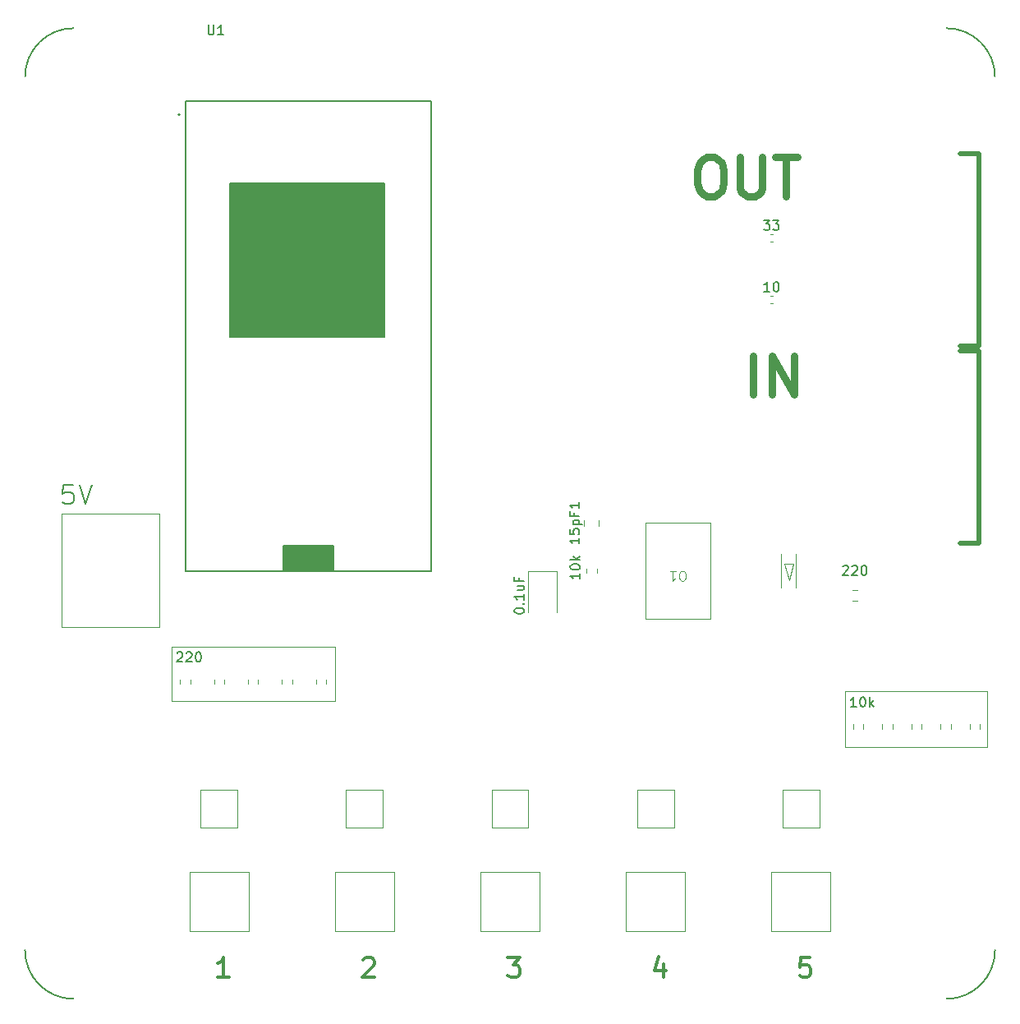
<source format=gbr>
%TF.GenerationSoftware,KiCad,Pcbnew,7.0.2-6a45011f42~172~ubuntu22.04.1*%
%TF.CreationDate,2023-05-17T15:22:17+02:00*%
%TF.ProjectId,midi,6d696469-2e6b-4696-9361-645f70636258,rev?*%
%TF.SameCoordinates,Original*%
%TF.FileFunction,Legend,Top*%
%TF.FilePolarity,Positive*%
%FSLAX46Y46*%
G04 Gerber Fmt 4.6, Leading zero omitted, Abs format (unit mm)*
G04 Created by KiCad (PCBNEW 7.0.2-6a45011f42~172~ubuntu22.04.1) date 2023-05-17 15:22:17*
%MOMM*%
%LPD*%
G01*
G04 APERTURE LIST*
%ADD10C,0.150000*%
%ADD11C,0.010000*%
%ADD12C,0.800000*%
%ADD13C,0.300000*%
%ADD14C,0.100000*%
%ADD15C,0.127000*%
%ADD16C,0.200000*%
%ADD17C,0.120000*%
%ADD18C,0.500000*%
G04 APERTURE END LIST*
D10*
X0Y-95000000D02*
G75*
G03*
X5000000Y-100000000I5000000J0D01*
G01*
X95000000Y-100000000D02*
G75*
G03*
X100000000Y-95000000I0J5000000D01*
G01*
X100000000Y-5000000D02*
G75*
G03*
X95000000Y0I-5000000J0D01*
G01*
X5000000Y0D02*
G75*
G03*
X0Y-5000000I0J-5000000D01*
G01*
D11*
X84510000Y-68300000D02*
X99180000Y-68300000D01*
X99180000Y-74030000D01*
X84510000Y-74030000D01*
X84510000Y-68300000D01*
D10*
X26670000Y-53340000D02*
X31770000Y-53340000D01*
X31770000Y-55900000D01*
X26670000Y-55900000D01*
X26670000Y-53340000D01*
G36*
X26670000Y-53340000D02*
G01*
X31770000Y-53340000D01*
X31770000Y-55900000D01*
X26670000Y-55900000D01*
X26670000Y-53340000D01*
G37*
X21162260Y-15939712D02*
X37056897Y-15939712D01*
X37056897Y-31834349D01*
X21162260Y-31834349D01*
X21162260Y-15939712D01*
G36*
X21162260Y-15939712D02*
G01*
X37056897Y-15939712D01*
X37056897Y-31834349D01*
X21162260Y-31834349D01*
X21162260Y-15939712D01*
G37*
D11*
X15074070Y-63694070D02*
X31937964Y-63694070D01*
X31937964Y-69297964D01*
X15074070Y-69297964D01*
X15074070Y-63694070D01*
D12*
X70295714Y-13290476D02*
X71057619Y-13290476D01*
X71057619Y-13290476D02*
X71438571Y-13480952D01*
X71438571Y-13480952D02*
X71819524Y-13861904D01*
X71819524Y-13861904D02*
X72010000Y-14623809D01*
X72010000Y-14623809D02*
X72010000Y-15957142D01*
X72010000Y-15957142D02*
X71819524Y-16719047D01*
X71819524Y-16719047D02*
X71438571Y-17100000D01*
X71438571Y-17100000D02*
X71057619Y-17290476D01*
X71057619Y-17290476D02*
X70295714Y-17290476D01*
X70295714Y-17290476D02*
X69914762Y-17100000D01*
X69914762Y-17100000D02*
X69533809Y-16719047D01*
X69533809Y-16719047D02*
X69343333Y-15957142D01*
X69343333Y-15957142D02*
X69343333Y-14623809D01*
X69343333Y-14623809D02*
X69533809Y-13861904D01*
X69533809Y-13861904D02*
X69914762Y-13480952D01*
X69914762Y-13480952D02*
X70295714Y-13290476D01*
X73724285Y-13290476D02*
X73724285Y-16528571D01*
X73724285Y-16528571D02*
X73914762Y-16909523D01*
X73914762Y-16909523D02*
X74105238Y-17100000D01*
X74105238Y-17100000D02*
X74486190Y-17290476D01*
X74486190Y-17290476D02*
X75248095Y-17290476D01*
X75248095Y-17290476D02*
X75629047Y-17100000D01*
X75629047Y-17100000D02*
X75819524Y-16909523D01*
X75819524Y-16909523D02*
X76010000Y-16528571D01*
X76010000Y-16528571D02*
X76010000Y-13290476D01*
X77343333Y-13290476D02*
X79629047Y-13290476D01*
X78486190Y-17290476D02*
X78486190Y-13290476D01*
D13*
X21023809Y-97755238D02*
X19880952Y-97755238D01*
X20452380Y-97755238D02*
X20452380Y-95755238D01*
X20452380Y-95755238D02*
X20261904Y-96040952D01*
X20261904Y-96040952D02*
X20071428Y-96231428D01*
X20071428Y-96231428D02*
X19880952Y-96326666D01*
X49785714Y-95755238D02*
X51023809Y-95755238D01*
X51023809Y-95755238D02*
X50357142Y-96517142D01*
X50357142Y-96517142D02*
X50642857Y-96517142D01*
X50642857Y-96517142D02*
X50833333Y-96612380D01*
X50833333Y-96612380D02*
X50928571Y-96707619D01*
X50928571Y-96707619D02*
X51023809Y-96898095D01*
X51023809Y-96898095D02*
X51023809Y-97374285D01*
X51023809Y-97374285D02*
X50928571Y-97564761D01*
X50928571Y-97564761D02*
X50833333Y-97660000D01*
X50833333Y-97660000D02*
X50642857Y-97755238D01*
X50642857Y-97755238D02*
X50071428Y-97755238D01*
X50071428Y-97755238D02*
X49880952Y-97660000D01*
X49880952Y-97660000D02*
X49785714Y-97564761D01*
X65833333Y-96421904D02*
X65833333Y-97755238D01*
X65357142Y-95660000D02*
X64880952Y-97088571D01*
X64880952Y-97088571D02*
X66119047Y-97088571D01*
D12*
X75078735Y-37719578D02*
X75078735Y-33719578D01*
X76983497Y-37719578D02*
X76983497Y-33719578D01*
X76983497Y-33719578D02*
X79269212Y-37719578D01*
X79269212Y-37719578D02*
X79269212Y-33719578D01*
D13*
X34880952Y-95945714D02*
X34976190Y-95850476D01*
X34976190Y-95850476D02*
X35166666Y-95755238D01*
X35166666Y-95755238D02*
X35642857Y-95755238D01*
X35642857Y-95755238D02*
X35833333Y-95850476D01*
X35833333Y-95850476D02*
X35928571Y-95945714D01*
X35928571Y-95945714D02*
X36023809Y-96136190D01*
X36023809Y-96136190D02*
X36023809Y-96326666D01*
X36023809Y-96326666D02*
X35928571Y-96612380D01*
X35928571Y-96612380D02*
X34785714Y-97755238D01*
X34785714Y-97755238D02*
X36023809Y-97755238D01*
D10*
X4928571Y-47035238D02*
X3976190Y-47035238D01*
X3976190Y-47035238D02*
X3880952Y-47987619D01*
X3880952Y-47987619D02*
X3976190Y-47892380D01*
X3976190Y-47892380D02*
X4166666Y-47797142D01*
X4166666Y-47797142D02*
X4642857Y-47797142D01*
X4642857Y-47797142D02*
X4833333Y-47892380D01*
X4833333Y-47892380D02*
X4928571Y-47987619D01*
X4928571Y-47987619D02*
X5023809Y-48178095D01*
X5023809Y-48178095D02*
X5023809Y-48654285D01*
X5023809Y-48654285D02*
X4928571Y-48844761D01*
X4928571Y-48844761D02*
X4833333Y-48940000D01*
X4833333Y-48940000D02*
X4642857Y-49035238D01*
X4642857Y-49035238D02*
X4166666Y-49035238D01*
X4166666Y-49035238D02*
X3976190Y-48940000D01*
X3976190Y-48940000D02*
X3880952Y-48844761D01*
X5595238Y-47035238D02*
X6261904Y-49035238D01*
X6261904Y-49035238D02*
X6928571Y-47035238D01*
D13*
X80928571Y-95755238D02*
X79976190Y-95755238D01*
X79976190Y-95755238D02*
X79880952Y-96707619D01*
X79880952Y-96707619D02*
X79976190Y-96612380D01*
X79976190Y-96612380D02*
X80166666Y-96517142D01*
X80166666Y-96517142D02*
X80642857Y-96517142D01*
X80642857Y-96517142D02*
X80833333Y-96612380D01*
X80833333Y-96612380D02*
X80928571Y-96707619D01*
X80928571Y-96707619D02*
X81023809Y-96898095D01*
X81023809Y-96898095D02*
X81023809Y-97374285D01*
X81023809Y-97374285D02*
X80928571Y-97564761D01*
X80928571Y-97564761D02*
X80833333Y-97660000D01*
X80833333Y-97660000D02*
X80642857Y-97755238D01*
X80642857Y-97755238D02*
X80166666Y-97755238D01*
X80166666Y-97755238D02*
X79976190Y-97660000D01*
X79976190Y-97660000D02*
X79880952Y-97564761D01*
D10*
%TO.C,U1*%
X18888626Y333632D02*
X18888626Y-476203D01*
X18888626Y-476203D02*
X18936263Y-571478D01*
X18936263Y-571478D02*
X18983901Y-619116D01*
X18983901Y-619116D02*
X19079175Y-666753D01*
X19079175Y-666753D02*
X19269725Y-666753D01*
X19269725Y-666753D02*
X19365000Y-619116D01*
X19365000Y-619116D02*
X19412637Y-571478D01*
X19412637Y-571478D02*
X19460275Y-476203D01*
X19460275Y-476203D02*
X19460275Y333632D01*
X20460660Y-666753D02*
X19889011Y-666753D01*
X20174836Y-666753D02*
X20174836Y333632D01*
X20174836Y333632D02*
X20079561Y190720D01*
X20079561Y190720D02*
X19984286Y95445D01*
X19984286Y95445D02*
X19889011Y47808D01*
%TO.C,R14*%
X76769523Y-27132619D02*
X76198095Y-27132619D01*
X76483809Y-27132619D02*
X76483809Y-26132619D01*
X76483809Y-26132619D02*
X76388571Y-26275476D01*
X76388571Y-26275476D02*
X76293333Y-26370714D01*
X76293333Y-26370714D02*
X76198095Y-26418333D01*
X77388571Y-26132619D02*
X77483809Y-26132619D01*
X77483809Y-26132619D02*
X77579047Y-26180238D01*
X77579047Y-26180238D02*
X77626666Y-26227857D01*
X77626666Y-26227857D02*
X77674285Y-26323095D01*
X77674285Y-26323095D02*
X77721904Y-26513571D01*
X77721904Y-26513571D02*
X77721904Y-26751666D01*
X77721904Y-26751666D02*
X77674285Y-26942142D01*
X77674285Y-26942142D02*
X77626666Y-27037380D01*
X77626666Y-27037380D02*
X77579047Y-27085000D01*
X77579047Y-27085000D02*
X77483809Y-27132619D01*
X77483809Y-27132619D02*
X77388571Y-27132619D01*
X77388571Y-27132619D02*
X77293333Y-27085000D01*
X77293333Y-27085000D02*
X77245714Y-27037380D01*
X77245714Y-27037380D02*
X77198095Y-26942142D01*
X77198095Y-26942142D02*
X77150476Y-26751666D01*
X77150476Y-26751666D02*
X77150476Y-26513571D01*
X77150476Y-26513571D02*
X77198095Y-26323095D01*
X77198095Y-26323095D02*
X77245714Y-26227857D01*
X77245714Y-26227857D02*
X77293333Y-26180238D01*
X77293333Y-26180238D02*
X77388571Y-26132619D01*
D14*
%TO.C,O1*%
X67881428Y-56917380D02*
X67690952Y-56917380D01*
X67690952Y-56917380D02*
X67595714Y-56869761D01*
X67595714Y-56869761D02*
X67500476Y-56774523D01*
X67500476Y-56774523D02*
X67452857Y-56584047D01*
X67452857Y-56584047D02*
X67452857Y-56250714D01*
X67452857Y-56250714D02*
X67500476Y-56060238D01*
X67500476Y-56060238D02*
X67595714Y-55965000D01*
X67595714Y-55965000D02*
X67690952Y-55917380D01*
X67690952Y-55917380D02*
X67881428Y-55917380D01*
X67881428Y-55917380D02*
X67976666Y-55965000D01*
X67976666Y-55965000D02*
X68071904Y-56060238D01*
X68071904Y-56060238D02*
X68119523Y-56250714D01*
X68119523Y-56250714D02*
X68119523Y-56584047D01*
X68119523Y-56584047D02*
X68071904Y-56774523D01*
X68071904Y-56774523D02*
X67976666Y-56869761D01*
X67976666Y-56869761D02*
X67881428Y-56917380D01*
X66500476Y-55917380D02*
X67071904Y-55917380D01*
X66786190Y-55917380D02*
X66786190Y-56917380D01*
X66786190Y-56917380D02*
X66881428Y-56774523D01*
X66881428Y-56774523D02*
X66976666Y-56679285D01*
X66976666Y-56679285D02*
X67071904Y-56631666D01*
D10*
%TO.C,R1*%
X84296905Y-55437857D02*
X84344524Y-55390238D01*
X84344524Y-55390238D02*
X84439762Y-55342619D01*
X84439762Y-55342619D02*
X84677857Y-55342619D01*
X84677857Y-55342619D02*
X84773095Y-55390238D01*
X84773095Y-55390238D02*
X84820714Y-55437857D01*
X84820714Y-55437857D02*
X84868333Y-55533095D01*
X84868333Y-55533095D02*
X84868333Y-55628333D01*
X84868333Y-55628333D02*
X84820714Y-55771190D01*
X84820714Y-55771190D02*
X84249286Y-56342619D01*
X84249286Y-56342619D02*
X84868333Y-56342619D01*
X85249286Y-55437857D02*
X85296905Y-55390238D01*
X85296905Y-55390238D02*
X85392143Y-55342619D01*
X85392143Y-55342619D02*
X85630238Y-55342619D01*
X85630238Y-55342619D02*
X85725476Y-55390238D01*
X85725476Y-55390238D02*
X85773095Y-55437857D01*
X85773095Y-55437857D02*
X85820714Y-55533095D01*
X85820714Y-55533095D02*
X85820714Y-55628333D01*
X85820714Y-55628333D02*
X85773095Y-55771190D01*
X85773095Y-55771190D02*
X85201667Y-56342619D01*
X85201667Y-56342619D02*
X85820714Y-56342619D01*
X86439762Y-55342619D02*
X86535000Y-55342619D01*
X86535000Y-55342619D02*
X86630238Y-55390238D01*
X86630238Y-55390238D02*
X86677857Y-55437857D01*
X86677857Y-55437857D02*
X86725476Y-55533095D01*
X86725476Y-55533095D02*
X86773095Y-55723571D01*
X86773095Y-55723571D02*
X86773095Y-55961666D01*
X86773095Y-55961666D02*
X86725476Y-56152142D01*
X86725476Y-56152142D02*
X86677857Y-56247380D01*
X86677857Y-56247380D02*
X86630238Y-56295000D01*
X86630238Y-56295000D02*
X86535000Y-56342619D01*
X86535000Y-56342619D02*
X86439762Y-56342619D01*
X86439762Y-56342619D02*
X86344524Y-56295000D01*
X86344524Y-56295000D02*
X86296905Y-56247380D01*
X86296905Y-56247380D02*
X86249286Y-56152142D01*
X86249286Y-56152142D02*
X86201667Y-55961666D01*
X86201667Y-55961666D02*
X86201667Y-55723571D01*
X86201667Y-55723571D02*
X86249286Y-55533095D01*
X86249286Y-55533095D02*
X86296905Y-55437857D01*
X86296905Y-55437857D02*
X86344524Y-55390238D01*
X86344524Y-55390238D02*
X86439762Y-55342619D01*
%TO.C,R8*%
X15671905Y-64367857D02*
X15719524Y-64320238D01*
X15719524Y-64320238D02*
X15814762Y-64272619D01*
X15814762Y-64272619D02*
X16052857Y-64272619D01*
X16052857Y-64272619D02*
X16148095Y-64320238D01*
X16148095Y-64320238D02*
X16195714Y-64367857D01*
X16195714Y-64367857D02*
X16243333Y-64463095D01*
X16243333Y-64463095D02*
X16243333Y-64558333D01*
X16243333Y-64558333D02*
X16195714Y-64701190D01*
X16195714Y-64701190D02*
X15624286Y-65272619D01*
X15624286Y-65272619D02*
X16243333Y-65272619D01*
X16624286Y-64367857D02*
X16671905Y-64320238D01*
X16671905Y-64320238D02*
X16767143Y-64272619D01*
X16767143Y-64272619D02*
X17005238Y-64272619D01*
X17005238Y-64272619D02*
X17100476Y-64320238D01*
X17100476Y-64320238D02*
X17148095Y-64367857D01*
X17148095Y-64367857D02*
X17195714Y-64463095D01*
X17195714Y-64463095D02*
X17195714Y-64558333D01*
X17195714Y-64558333D02*
X17148095Y-64701190D01*
X17148095Y-64701190D02*
X16576667Y-65272619D01*
X16576667Y-65272619D02*
X17195714Y-65272619D01*
X17814762Y-64272619D02*
X17910000Y-64272619D01*
X17910000Y-64272619D02*
X18005238Y-64320238D01*
X18005238Y-64320238D02*
X18052857Y-64367857D01*
X18052857Y-64367857D02*
X18100476Y-64463095D01*
X18100476Y-64463095D02*
X18148095Y-64653571D01*
X18148095Y-64653571D02*
X18148095Y-64891666D01*
X18148095Y-64891666D02*
X18100476Y-65082142D01*
X18100476Y-65082142D02*
X18052857Y-65177380D01*
X18052857Y-65177380D02*
X18005238Y-65225000D01*
X18005238Y-65225000D02*
X17910000Y-65272619D01*
X17910000Y-65272619D02*
X17814762Y-65272619D01*
X17814762Y-65272619D02*
X17719524Y-65225000D01*
X17719524Y-65225000D02*
X17671905Y-65177380D01*
X17671905Y-65177380D02*
X17624286Y-65082142D01*
X17624286Y-65082142D02*
X17576667Y-64891666D01*
X17576667Y-64891666D02*
X17576667Y-64653571D01*
X17576667Y-64653571D02*
X17624286Y-64463095D01*
X17624286Y-64463095D02*
X17671905Y-64367857D01*
X17671905Y-64367857D02*
X17719524Y-64320238D01*
X17719524Y-64320238D02*
X17814762Y-64272619D01*
%TO.C,R13*%
X76150476Y-19782619D02*
X76769523Y-19782619D01*
X76769523Y-19782619D02*
X76436190Y-20163571D01*
X76436190Y-20163571D02*
X76579047Y-20163571D01*
X76579047Y-20163571D02*
X76674285Y-20211190D01*
X76674285Y-20211190D02*
X76721904Y-20258809D01*
X76721904Y-20258809D02*
X76769523Y-20354047D01*
X76769523Y-20354047D02*
X76769523Y-20592142D01*
X76769523Y-20592142D02*
X76721904Y-20687380D01*
X76721904Y-20687380D02*
X76674285Y-20735000D01*
X76674285Y-20735000D02*
X76579047Y-20782619D01*
X76579047Y-20782619D02*
X76293333Y-20782619D01*
X76293333Y-20782619D02*
X76198095Y-20735000D01*
X76198095Y-20735000D02*
X76150476Y-20687380D01*
X77102857Y-19782619D02*
X77721904Y-19782619D01*
X77721904Y-19782619D02*
X77388571Y-20163571D01*
X77388571Y-20163571D02*
X77531428Y-20163571D01*
X77531428Y-20163571D02*
X77626666Y-20211190D01*
X77626666Y-20211190D02*
X77674285Y-20258809D01*
X77674285Y-20258809D02*
X77721904Y-20354047D01*
X77721904Y-20354047D02*
X77721904Y-20592142D01*
X77721904Y-20592142D02*
X77674285Y-20687380D01*
X77674285Y-20687380D02*
X77626666Y-20735000D01*
X77626666Y-20735000D02*
X77531428Y-20782619D01*
X77531428Y-20782619D02*
X77245714Y-20782619D01*
X77245714Y-20782619D02*
X77150476Y-20735000D01*
X77150476Y-20735000D02*
X77102857Y-20687380D01*
%TO.C,R2*%
X57202619Y-56165238D02*
X57202619Y-56736666D01*
X57202619Y-56450952D02*
X56202619Y-56450952D01*
X56202619Y-56450952D02*
X56345476Y-56546190D01*
X56345476Y-56546190D02*
X56440714Y-56641428D01*
X56440714Y-56641428D02*
X56488333Y-56736666D01*
X56202619Y-55546190D02*
X56202619Y-55450952D01*
X56202619Y-55450952D02*
X56250238Y-55355714D01*
X56250238Y-55355714D02*
X56297857Y-55308095D01*
X56297857Y-55308095D02*
X56393095Y-55260476D01*
X56393095Y-55260476D02*
X56583571Y-55212857D01*
X56583571Y-55212857D02*
X56821666Y-55212857D01*
X56821666Y-55212857D02*
X57012142Y-55260476D01*
X57012142Y-55260476D02*
X57107380Y-55308095D01*
X57107380Y-55308095D02*
X57155000Y-55355714D01*
X57155000Y-55355714D02*
X57202619Y-55450952D01*
X57202619Y-55450952D02*
X57202619Y-55546190D01*
X57202619Y-55546190D02*
X57155000Y-55641428D01*
X57155000Y-55641428D02*
X57107380Y-55689047D01*
X57107380Y-55689047D02*
X57012142Y-55736666D01*
X57012142Y-55736666D02*
X56821666Y-55784285D01*
X56821666Y-55784285D02*
X56583571Y-55784285D01*
X56583571Y-55784285D02*
X56393095Y-55736666D01*
X56393095Y-55736666D02*
X56297857Y-55689047D01*
X56297857Y-55689047D02*
X56250238Y-55641428D01*
X56250238Y-55641428D02*
X56202619Y-55546190D01*
X57202619Y-54784285D02*
X56202619Y-54784285D01*
X56821666Y-54689047D02*
X57202619Y-54403333D01*
X56535952Y-54403333D02*
X56916904Y-54784285D01*
%TO.C,R3*%
X85704761Y-69907619D02*
X85133333Y-69907619D01*
X85419047Y-69907619D02*
X85419047Y-68907619D01*
X85419047Y-68907619D02*
X85323809Y-69050476D01*
X85323809Y-69050476D02*
X85228571Y-69145714D01*
X85228571Y-69145714D02*
X85133333Y-69193333D01*
X86323809Y-68907619D02*
X86419047Y-68907619D01*
X86419047Y-68907619D02*
X86514285Y-68955238D01*
X86514285Y-68955238D02*
X86561904Y-69002857D01*
X86561904Y-69002857D02*
X86609523Y-69098095D01*
X86609523Y-69098095D02*
X86657142Y-69288571D01*
X86657142Y-69288571D02*
X86657142Y-69526666D01*
X86657142Y-69526666D02*
X86609523Y-69717142D01*
X86609523Y-69717142D02*
X86561904Y-69812380D01*
X86561904Y-69812380D02*
X86514285Y-69860000D01*
X86514285Y-69860000D02*
X86419047Y-69907619D01*
X86419047Y-69907619D02*
X86323809Y-69907619D01*
X86323809Y-69907619D02*
X86228571Y-69860000D01*
X86228571Y-69860000D02*
X86180952Y-69812380D01*
X86180952Y-69812380D02*
X86133333Y-69717142D01*
X86133333Y-69717142D02*
X86085714Y-69526666D01*
X86085714Y-69526666D02*
X86085714Y-69288571D01*
X86085714Y-69288571D02*
X86133333Y-69098095D01*
X86133333Y-69098095D02*
X86180952Y-69002857D01*
X86180952Y-69002857D02*
X86228571Y-68955238D01*
X86228571Y-68955238D02*
X86323809Y-68907619D01*
X87085714Y-69907619D02*
X87085714Y-68907619D01*
X87180952Y-69526666D02*
X87466666Y-69907619D01*
X87466666Y-69240952D02*
X87085714Y-69621904D01*
%TO.C,15pF1*%
X57152619Y-52527619D02*
X57152619Y-53099047D01*
X57152619Y-52813333D02*
X56152619Y-52813333D01*
X56152619Y-52813333D02*
X56295476Y-52908571D01*
X56295476Y-52908571D02*
X56390714Y-53003809D01*
X56390714Y-53003809D02*
X56438333Y-53099047D01*
X56152619Y-51622857D02*
X56152619Y-52099047D01*
X56152619Y-52099047D02*
X56628809Y-52146666D01*
X56628809Y-52146666D02*
X56581190Y-52099047D01*
X56581190Y-52099047D02*
X56533571Y-52003809D01*
X56533571Y-52003809D02*
X56533571Y-51765714D01*
X56533571Y-51765714D02*
X56581190Y-51670476D01*
X56581190Y-51670476D02*
X56628809Y-51622857D01*
X56628809Y-51622857D02*
X56724047Y-51575238D01*
X56724047Y-51575238D02*
X56962142Y-51575238D01*
X56962142Y-51575238D02*
X57057380Y-51622857D01*
X57057380Y-51622857D02*
X57105000Y-51670476D01*
X57105000Y-51670476D02*
X57152619Y-51765714D01*
X57152619Y-51765714D02*
X57152619Y-52003809D01*
X57152619Y-52003809D02*
X57105000Y-52099047D01*
X57105000Y-52099047D02*
X57057380Y-52146666D01*
X56485952Y-51146666D02*
X57485952Y-51146666D01*
X56533571Y-51146666D02*
X56485952Y-51051428D01*
X56485952Y-51051428D02*
X56485952Y-50860952D01*
X56485952Y-50860952D02*
X56533571Y-50765714D01*
X56533571Y-50765714D02*
X56581190Y-50718095D01*
X56581190Y-50718095D02*
X56676428Y-50670476D01*
X56676428Y-50670476D02*
X56962142Y-50670476D01*
X56962142Y-50670476D02*
X57057380Y-50718095D01*
X57057380Y-50718095D02*
X57105000Y-50765714D01*
X57105000Y-50765714D02*
X57152619Y-50860952D01*
X57152619Y-50860952D02*
X57152619Y-51051428D01*
X57152619Y-51051428D02*
X57105000Y-51146666D01*
X56628809Y-49908571D02*
X56628809Y-50241904D01*
X57152619Y-50241904D02*
X56152619Y-50241904D01*
X56152619Y-50241904D02*
X56152619Y-49765714D01*
X57152619Y-48860952D02*
X57152619Y-49432380D01*
X57152619Y-49146666D02*
X56152619Y-49146666D01*
X56152619Y-49146666D02*
X56295476Y-49241904D01*
X56295476Y-49241904D02*
X56390714Y-49337142D01*
X56390714Y-49337142D02*
X56438333Y-49432380D01*
%TO.C,C1*%
X50452619Y-60062856D02*
X50452619Y-59967618D01*
X50452619Y-59967618D02*
X50500238Y-59872380D01*
X50500238Y-59872380D02*
X50547857Y-59824761D01*
X50547857Y-59824761D02*
X50643095Y-59777142D01*
X50643095Y-59777142D02*
X50833571Y-59729523D01*
X50833571Y-59729523D02*
X51071666Y-59729523D01*
X51071666Y-59729523D02*
X51262142Y-59777142D01*
X51262142Y-59777142D02*
X51357380Y-59824761D01*
X51357380Y-59824761D02*
X51405000Y-59872380D01*
X51405000Y-59872380D02*
X51452619Y-59967618D01*
X51452619Y-59967618D02*
X51452619Y-60062856D01*
X51452619Y-60062856D02*
X51405000Y-60158094D01*
X51405000Y-60158094D02*
X51357380Y-60205713D01*
X51357380Y-60205713D02*
X51262142Y-60253332D01*
X51262142Y-60253332D02*
X51071666Y-60300951D01*
X51071666Y-60300951D02*
X50833571Y-60300951D01*
X50833571Y-60300951D02*
X50643095Y-60253332D01*
X50643095Y-60253332D02*
X50547857Y-60205713D01*
X50547857Y-60205713D02*
X50500238Y-60158094D01*
X50500238Y-60158094D02*
X50452619Y-60062856D01*
X51357380Y-59300951D02*
X51405000Y-59253332D01*
X51405000Y-59253332D02*
X51452619Y-59300951D01*
X51452619Y-59300951D02*
X51405000Y-59348570D01*
X51405000Y-59348570D02*
X51357380Y-59300951D01*
X51357380Y-59300951D02*
X51452619Y-59300951D01*
X51452619Y-58300952D02*
X51452619Y-58872380D01*
X51452619Y-58586666D02*
X50452619Y-58586666D01*
X50452619Y-58586666D02*
X50595476Y-58681904D01*
X50595476Y-58681904D02*
X50690714Y-58777142D01*
X50690714Y-58777142D02*
X50738333Y-58872380D01*
X50785952Y-57443809D02*
X51452619Y-57443809D01*
X50785952Y-57872380D02*
X51309761Y-57872380D01*
X51309761Y-57872380D02*
X51405000Y-57824761D01*
X51405000Y-57824761D02*
X51452619Y-57729523D01*
X51452619Y-57729523D02*
X51452619Y-57586666D01*
X51452619Y-57586666D02*
X51405000Y-57491428D01*
X51405000Y-57491428D02*
X51357380Y-57443809D01*
X50928809Y-56634285D02*
X50928809Y-56967618D01*
X51452619Y-56967618D02*
X50452619Y-56967618D01*
X50452619Y-56967618D02*
X50452619Y-56491428D01*
D14*
%TO.C,LED2*%
X33100000Y-78450000D02*
X36900000Y-78450000D01*
X36900000Y-78450000D02*
X36900000Y-82350000D01*
X36900000Y-82350000D02*
X33100000Y-82350000D01*
X33100000Y-82350000D02*
X33100000Y-78450000D01*
%TO.C,SW5*%
X76950000Y-86950000D02*
X83050000Y-86950000D01*
X83050000Y-86950000D02*
X83050000Y-93050000D01*
X83050000Y-93050000D02*
X76950000Y-93050000D01*
X76950000Y-93050000D02*
X76950000Y-86950000D01*
D15*
%TO.C,U1*%
X16530000Y-7500000D02*
X41890000Y-7500000D01*
X16530000Y-55900000D02*
X16530000Y-7500000D01*
X41890000Y-7500000D02*
X41890000Y-55900000D01*
X41890000Y-55900000D02*
X16530000Y-55900000D01*
D16*
X15980000Y-8890000D02*
G75*
G03*
X15980000Y-8890000I-100000J0D01*
G01*
D14*
%TO.C,D1*%
X79490000Y-57630000D02*
X79490000Y-54130000D01*
X78820000Y-56870000D02*
X78270000Y-55180000D01*
X79170000Y-55200000D02*
X78820000Y-56870000D01*
X78270000Y-55180000D02*
X79170000Y-55200000D01*
X77940000Y-54130000D02*
X77940000Y-57630000D01*
D17*
%TO.C,R14*%
X76806359Y-27560000D02*
X77113641Y-27560000D01*
X76806359Y-28320000D02*
X77113641Y-28320000D01*
D14*
%TO.C,SW2*%
X31950000Y-86950000D02*
X38050000Y-86950000D01*
X38050000Y-86950000D02*
X38050000Y-93050000D01*
X38050000Y-93050000D02*
X31950000Y-93050000D01*
X31950000Y-93050000D02*
X31950000Y-86950000D01*
%TO.C,O1*%
X70660000Y-60810000D02*
X63960000Y-60810000D01*
X63960000Y-60810000D02*
X63960000Y-50950000D01*
X63960000Y-50950000D02*
X70660000Y-50950000D01*
X70660000Y-50950000D02*
X70660000Y-60810000D01*
D18*
%TO.C,M1*%
X98310000Y-53080000D02*
X96360000Y-53080000D01*
X98310000Y-33280000D02*
X98310000Y-53080000D01*
X98310000Y-33280000D02*
X96360000Y-33280000D01*
D17*
%TO.C,R1*%
X85772258Y-58942500D02*
X85297742Y-58942500D01*
X85772258Y-57897500D02*
X85297742Y-57897500D01*
D14*
%TO.C,SW4*%
X61950000Y-86950000D02*
X68050000Y-86950000D01*
X68050000Y-86950000D02*
X68050000Y-93050000D01*
X68050000Y-93050000D02*
X61950000Y-93050000D01*
X61950000Y-93050000D02*
X61950000Y-86950000D01*
%TO.C,LED1*%
X18100000Y-78450000D02*
X21900000Y-78450000D01*
X21900000Y-78450000D02*
X21900000Y-82350000D01*
X21900000Y-82350000D02*
X18100000Y-82350000D01*
X18100000Y-82350000D02*
X18100000Y-78450000D01*
D17*
%TO.C,R8*%
X17032500Y-67072742D02*
X17032500Y-67547258D01*
X15987500Y-67072742D02*
X15987500Y-67547258D01*
%TO.C,R12*%
X31032500Y-67072742D02*
X31032500Y-67547258D01*
X29987500Y-67072742D02*
X29987500Y-67547258D01*
%TO.C,R13*%
X77113641Y-21970000D02*
X76806359Y-21970000D01*
X77113641Y-21210000D02*
X76806359Y-21210000D01*
D14*
%TO.C,LED3*%
X48100000Y-78450000D02*
X51900000Y-78450000D01*
X51900000Y-78450000D02*
X51900000Y-82350000D01*
X51900000Y-82350000D02*
X48100000Y-82350000D01*
X48100000Y-82350000D02*
X48100000Y-78450000D01*
D17*
%TO.C,R2*%
X57897500Y-56117258D02*
X57897500Y-55642742D01*
X58942500Y-56117258D02*
X58942500Y-55642742D01*
D14*
%TO.C,SW3*%
X46950000Y-86950000D02*
X53050000Y-86950000D01*
X53050000Y-86950000D02*
X53050000Y-93050000D01*
X53050000Y-93050000D02*
X46950000Y-93050000D01*
X46950000Y-93050000D02*
X46950000Y-86950000D01*
D17*
%TO.C,R10*%
X24032500Y-67072742D02*
X24032500Y-67547258D01*
X22987500Y-67072742D02*
X22987500Y-67547258D01*
D14*
%TO.C,LED4*%
X63100000Y-78450000D02*
X66900000Y-78450000D01*
X66900000Y-78450000D02*
X66900000Y-82350000D01*
X66900000Y-82350000D02*
X63100000Y-82350000D01*
X63100000Y-82350000D02*
X63100000Y-78450000D01*
D18*
%TO.C,J1*%
X98310000Y-32760000D02*
X96360000Y-32760000D01*
X98310000Y-12960000D02*
X98310000Y-32760000D01*
X98310000Y-12960000D02*
X96360000Y-12960000D01*
D17*
%TO.C,R3*%
X98422500Y-71707742D02*
X98422500Y-72182258D01*
X97377500Y-71707742D02*
X97377500Y-72182258D01*
%TO.C,R4*%
X95422500Y-71707742D02*
X95422500Y-72182258D01*
X94377500Y-71707742D02*
X94377500Y-72182258D01*
%TO.C,R9*%
X20532500Y-67072742D02*
X20532500Y-67547258D01*
X19487500Y-67072742D02*
X19487500Y-67547258D01*
%TO.C,R5*%
X92422500Y-71707742D02*
X92422500Y-72182258D01*
X91377500Y-71707742D02*
X91377500Y-72182258D01*
%TO.C,15pF1*%
X57635000Y-51241252D02*
X57635000Y-50718748D01*
X59105000Y-51241252D02*
X59105000Y-50718748D01*
%TO.C,C1*%
X54850000Y-55960000D02*
X51830000Y-55960000D01*
X51830000Y-55960000D02*
X51830000Y-60170000D01*
X54850000Y-60170000D02*
X54850000Y-55960000D01*
D14*
%TO.C,SW1*%
X16950000Y-86950000D02*
X23050000Y-86950000D01*
X23050000Y-86950000D02*
X23050000Y-93050000D01*
X23050000Y-93050000D02*
X16950000Y-93050000D01*
X16950000Y-93050000D02*
X16950000Y-86950000D01*
D17*
%TO.C,R11*%
X27532500Y-67072742D02*
X27532500Y-67547258D01*
X26487500Y-67072742D02*
X26487500Y-67547258D01*
%TO.C,R7*%
X86422500Y-71707742D02*
X86422500Y-72182258D01*
X85377500Y-71707742D02*
X85377500Y-72182258D01*
D14*
%TO.C,P1*%
X13860000Y-50030000D02*
X3760000Y-50030000D01*
X3760000Y-50030000D02*
X3760000Y-61730000D01*
X3760000Y-61730000D02*
X13860000Y-61730000D01*
X13860000Y-61730000D02*
X13860000Y-50030000D01*
D17*
%TO.C,R6*%
X89422500Y-71707742D02*
X89422500Y-72182258D01*
X88377500Y-71707742D02*
X88377500Y-72182258D01*
D14*
%TO.C,LED5*%
X78100000Y-78450000D02*
X81900000Y-78450000D01*
X81900000Y-78450000D02*
X81900000Y-82350000D01*
X81900000Y-82350000D02*
X78100000Y-82350000D01*
X78100000Y-82350000D02*
X78100000Y-78450000D01*
%TD*%
M02*

</source>
